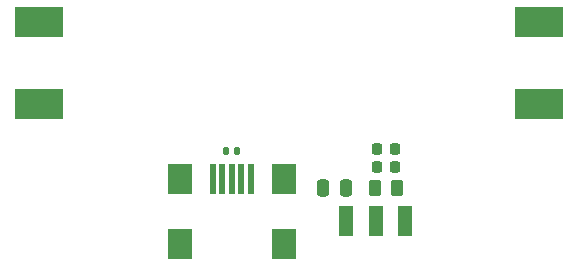
<source format=gbp>
G04 #@! TF.GenerationSoftware,KiCad,Pcbnew,(6.0.5-0)*
G04 #@! TF.CreationDate,2022-11-14T20:13:07-05:00*
G04 #@! TF.ProjectId,switchable-rf-attenuator,73776974-6368-4616-926c-652d72662d61,rev?*
G04 #@! TF.SameCoordinates,Original*
G04 #@! TF.FileFunction,Paste,Bot*
G04 #@! TF.FilePolarity,Positive*
%FSLAX46Y46*%
G04 Gerber Fmt 4.6, Leading zero omitted, Abs format (unit mm)*
G04 Created by KiCad (PCBNEW (6.0.5-0)) date 2022-11-14 20:13:07*
%MOMM*%
%LPD*%
G01*
G04 APERTURE LIST*
G04 Aperture macros list*
%AMRoundRect*
0 Rectangle with rounded corners*
0 $1 Rounding radius*
0 $2 $3 $4 $5 $6 $7 $8 $9 X,Y pos of 4 corners*
0 Add a 4 corners polygon primitive as box body*
4,1,4,$2,$3,$4,$5,$6,$7,$8,$9,$2,$3,0*
0 Add four circle primitives for the rounded corners*
1,1,$1+$1,$2,$3*
1,1,$1+$1,$4,$5*
1,1,$1+$1,$6,$7*
1,1,$1+$1,$8,$9*
0 Add four rect primitives between the rounded corners*
20,1,$1+$1,$2,$3,$4,$5,0*
20,1,$1+$1,$4,$5,$6,$7,0*
20,1,$1+$1,$6,$7,$8,$9,0*
20,1,$1+$1,$8,$9,$2,$3,0*%
G04 Aperture macros list end*
%ADD10R,4.190000X2.665000*%
%ADD11R,1.250000X2.500000*%
%ADD12RoundRect,0.218750X-0.218750X-0.256250X0.218750X-0.256250X0.218750X0.256250X-0.218750X0.256250X0*%
%ADD13RoundRect,0.147500X-0.147500X-0.172500X0.147500X-0.172500X0.147500X0.172500X-0.147500X0.172500X0*%
%ADD14RoundRect,0.225000X-0.225000X-0.250000X0.225000X-0.250000X0.225000X0.250000X-0.225000X0.250000X0*%
%ADD15RoundRect,0.250000X0.262500X0.450000X-0.262500X0.450000X-0.262500X-0.450000X0.262500X-0.450000X0*%
%ADD16RoundRect,0.250000X0.250000X0.475000X-0.250000X0.475000X-0.250000X-0.475000X0.250000X-0.475000X0*%
%ADD17R,0.500000X2.500000*%
%ADD18R,2.000000X2.500000*%
G04 APERTURE END LIST*
D10*
X147800000Y-114507500D03*
X147800000Y-121492500D03*
X190200000Y-121492500D03*
X190200000Y-114507500D03*
D11*
X178850000Y-131350000D03*
X176350000Y-131350000D03*
X173850000Y-131350000D03*
D12*
X176450000Y-126810000D03*
X178025000Y-126810000D03*
D13*
X163665000Y-125450000D03*
X164635000Y-125450000D03*
D14*
X176462500Y-125300000D03*
X178012500Y-125300000D03*
D15*
X178150000Y-128550000D03*
X176325000Y-128550000D03*
D16*
X173800000Y-128550000D03*
X171900000Y-128550000D03*
D17*
X165750000Y-127825000D03*
X164950000Y-127825000D03*
X164150000Y-127825000D03*
X163350000Y-127825000D03*
X162550000Y-127825000D03*
D18*
X168550000Y-127825000D03*
X159750000Y-133325000D03*
X168550000Y-133325000D03*
X159750000Y-127825000D03*
M02*

</source>
